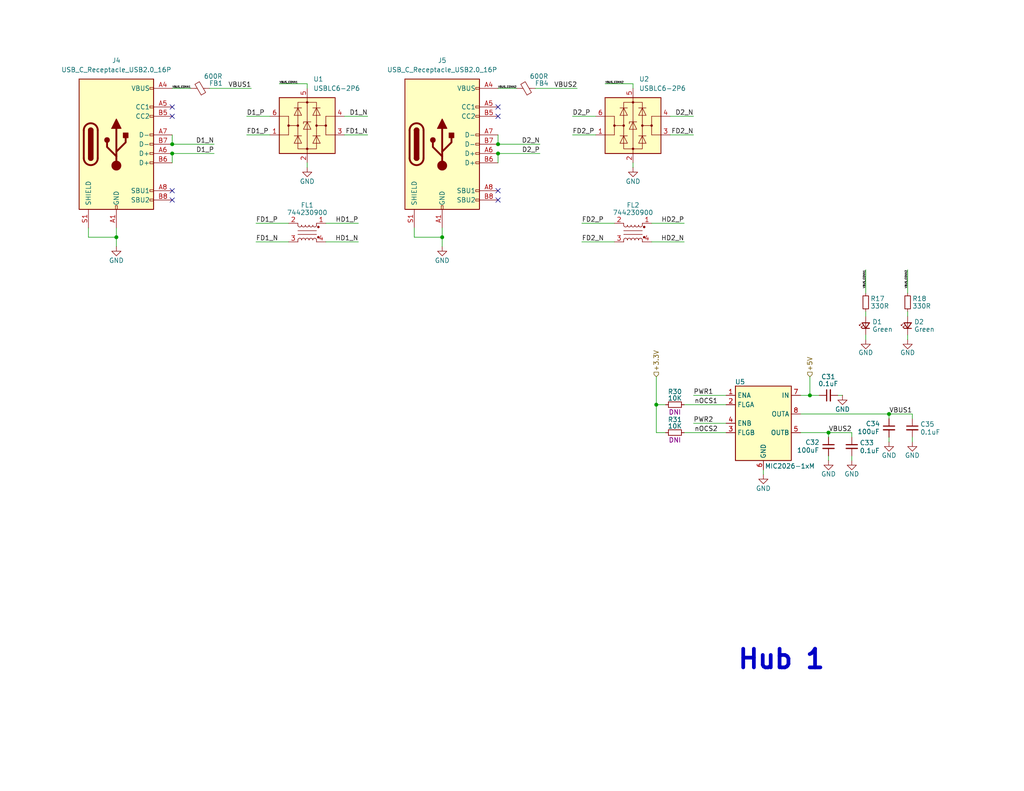
<source format=kicad_sch>
(kicad_sch (version 20231120) (generator "eeschema") (generator_version "8.0")
  (paper "USLetter")
  (title_block (title "USB Hub") (date "2024-01-29") (rev "1.0") (company "CMU"))
  (lib_symbols
    (symbol "Connector:USB_C_Receptacle_USB2.0_16P" (pin_names (offset 1.016))
      (property "Reference" "J" (at 0 22.225 0))
      (property "Value" "USB_C_Receptacle_USB2.0_16P" (at 0 19.685 0))
      (symbol "USB_C_Receptacle_USB2.0_16P_0_0"
        (rectangle (start -0.254 -17.78) (end 0.254 -16.764))
        (rectangle (start 10.16 -14.986) (end 9.144 -15.494))
        (rectangle (start 10.16 -12.446) (end 9.144 -12.954))
        (rectangle (start 10.16 -4.826) (end 9.144 -5.334))
        (rectangle (start 10.16 -2.286) (end 9.144 -2.794))
        (rectangle (start 10.16 0.254) (end 9.144 -0.254))
        (rectangle (start 10.16 2.794) (end 9.144 2.286))
        (rectangle (start 10.16 7.874) (end 9.144 7.366))
        (rectangle (start 10.16 10.414) (end 9.144 9.906))
        (rectangle (start 10.16 15.494) (end 9.144 14.986))
      )
      (symbol "USB_C_Receptacle_USB2.0_16P_0_1"
        (rectangle (start -10.16 17.78) (end 10.16 -17.78) (stroke (width 0.254)) (fill (type background)))
        (arc (start -8.89 -3.81) (mid -6.985 -5.7067) (end -5.08 -3.81) (stroke (width 0.508)))
        (arc (start -7.62 -3.81) (mid -6.985 -4.4423) (end -6.35 -3.81) (stroke (width 0.254)))
        (arc (start -7.62 -3.81) (mid -6.985 -4.4423) (end -6.35 -3.81) (stroke (width 0.254)) (fill (type outline)))
        (rectangle (start -7.62 -3.81) (end -6.35 3.81) (stroke (width 0.254)) (fill (type outline)))
        (arc (start -6.35 3.81) (mid -6.985 4.4423) (end -7.62 3.81) (stroke (width 0.254)))
        (arc (start -6.35 3.81) (mid -6.985 4.4423) (end -7.62 3.81) (stroke (width 0.254)) (fill (type outline)))
        (arc (start -5.08 3.81) (mid -6.985 5.7067) (end -8.89 3.81) (stroke (width 0.508)))
        (circle (center -2.54 1.143) (radius 0.635) (stroke (width 0.254)) (fill (type outline)))
        (circle (center 0 -5.842) (radius 1.27) (fill (type outline)))
        (polyline (pts (xy -8.89 -3.81) (xy -8.89 3.81)) (stroke (width 0.508)))
        (polyline (pts (xy -5.08 3.81) (xy -5.08 -3.81)) (stroke (width 0.508)))
        (polyline (pts (xy 0 -5.842) (xy 0 4.318)) (stroke (width 0.508)))
        (polyline (pts (xy 0 -3.302) (xy -2.54 -0.762) (xy -2.54 0.508)) (stroke (width 0.508)))
        (polyline (pts (xy 0 -2.032) (xy 2.54 0.508) (xy 2.54 1.778)) (stroke (width 0.508)))
        (polyline (pts (xy -1.27 4.318) (xy 0 6.858) (xy 1.27 4.318) (xy -1.27 4.318)) (stroke (width 0.254)) (fill (type outline)))
        (rectangle (start 1.905 1.778) (end 3.175 3.048) (stroke (width 0.254)) (fill (type outline)))
      )
      (symbol "USB_C_Receptacle_USB2.0_16P_1_1"
        (pin passive line (at 0 -22.86 90) (length 5.08) (name "GND") (number "A1"))
        (pin passive line (at 0 -22.86 90) (length 5.08) hide (name "GND") (number "A12"))
        (pin passive line (at 15.24 15.24 180) (length 5.08) (name "VBUS") (number "A4"))
        (pin bidirectional line (at 15.24 10.16 180) (length 5.08) (name "CC1") (number "A5"))
        (pin bidirectional line (at 15.24 -2.54 180) (length 5.08) (name "D+") (number "A6"))
        (pin bidirectional line (at 15.24 2.54 180) (length 5.08) (name "D-") (number "A7"))
        (pin bidirectional line (at 15.24 -12.7 180) (length 5.08) (name "SBU1") (number "A8"))
        (pin passive line (at 15.24 15.24 180) (length 5.08) hide (name "VBUS") (number "A9"))
        (pin passive line (at 0 -22.86 90) (length 5.08) hide (name "GND") (number "B1"))
        (pin passive line (at 0 -22.86 90) (length 5.08) hide (name "GND") (number "B12"))
        (pin passive line (at 15.24 15.24 180) (length 5.08) hide (name "VBUS") (number "B4"))
        (pin bidirectional line (at 15.24 7.62 180) (length 5.08) (name "CC2") (number "B5"))
        (pin bidirectional line (at 15.24 -5.08 180) (length 5.08) (name "D+") (number "B6"))
        (pin bidirectional line (at 15.24 0 180) (length 5.08) (name "D-") (number "B7"))
        (pin bidirectional line (at 15.24 -15.24 180) (length 5.08) (name "SBU2") (number "B8"))
        (pin passive line (at 15.24 15.24 180) (length 5.08) hide (name "VBUS") (number "B9"))
        (pin passive line (at -7.62 -22.86 90) (length 5.08) (name "SHIELD") (number "S1"))
      )
    )
    (symbol "Device:C_Small" (pin_numbers hide) (pin_names (offset 0.254) hide)
      (property "Reference" "C" (at 0.254 1.778 0))
      (property "Value" "C_Small" (at 0.254 -2.032 0))
      (symbol "C_Small_0_1"
        (polyline (pts (xy -1.524 -0.508) (xy 1.524 -0.508)) (stroke (width 0.3302)))
        (polyline (pts (xy -1.524 0.508) (xy 1.524 0.508)) (stroke (width 0.3048)))
      )
      (symbol "C_Small_1_1"
        (pin passive line (at 0 2.54 270) (length 2.032) (name "~") (number "1"))
        (pin passive line (at 0 -2.54 90) (length 2.032) (name "~") (number "2"))
      )
    )
    (symbol "Device:FerriteBead_Small" (pin_numbers hide) (pin_names (offset 0))
      (property "Reference" "FB" (at 1.905 1.27 0))
      (property "Value" "FerriteBead_Small" (at 1.905 -1.27 0))
      (symbol "FerriteBead_Small_0_1"
        (polyline (pts (xy 0 -1.27) (xy 0 -0.7874)))
        (polyline (pts (xy 0 0.889) (xy 0 1.2954)))
        (polyline (pts (xy -1.8288 0.2794) (xy -1.1176 1.4986) (xy 1.8288 -0.2032) (xy 1.1176 -1.4224) (xy -1.8288 0.2794)))
      )
      (symbol "FerriteBead_Small_1_1"
        (pin passive line (at 0 2.54 270) (length 1.27) (name "~") (number "1"))
        (pin passive line (at 0 -2.54 90) (length 1.27) (name "~") (number "2"))
      )
    )
    (symbol "Device:LED_Small" (pin_numbers hide) (pin_names (offset 0.254) hide)
      (property "Reference" "D" (at -1.27 3.175 0))
      (property "Value" "LED_Small" (at -4.445 -2.54 0))
      (symbol "LED_Small_0_1"
        (polyline (pts (xy -0.762 -1.016) (xy -0.762 1.016)) (stroke (width 0.254)))
        (polyline (pts (xy 1.016 0) (xy -0.762 0)))
        (polyline (pts (xy 0.762 -1.016) (xy -0.762 0) (xy 0.762 1.016) (xy 0.762 -1.016)) (stroke (width 0.254)))
        (polyline (pts (xy 0 0.762) (xy -0.508 1.27) (xy -0.254 1.27) (xy -0.508 1.27) (xy -0.508 1.016)))
        (polyline (pts (xy 0.508 1.27) (xy 0 1.778) (xy 0.254 1.778) (xy 0 1.778) (xy 0 1.524)))
      )
      (symbol "LED_Small_1_1"
        (pin passive line (at -2.54 0 0) (length 1.778) (name "K") (number "1"))
        (pin passive line (at 2.54 0 180) (length 1.778) (name "A") (number "2"))
      )
    )
    (symbol "Device:R_Small" (pin_numbers hide) (pin_names (offset 0.254) hide)
      (property "Reference" "R" (at 0.762 0.508 0))
      (property "Value" "R_Small" (at 0.762 -1.016 0))
      (symbol "R_Small_0_1"
        (rectangle (start -0.762 1.778) (end 0.762 -1.778) (stroke (width 0.2032)))
      )
      (symbol "R_Small_1_1"
        (pin passive line (at 0 2.54 270) (length 0.762) (name "~") (number "1"))
        (pin passive line (at 0 -2.54 90) (length 0.762) (name "~") (number "2"))
      )
    )
    (symbol "Filter:Choke_Wurth_WE-CNSW_744232090"
      (property "Reference" "L" (at 0 5.08 0))
      (property "Value" "Choke_Wurth_WE-CNSW_744232090" (at 0 -5.08 0))
      (symbol "Choke_Wurth_WE-CNSW_744232090_1_1"
        (circle (center -3.048 -1.27) (radius 0.254) (fill (type outline)))
        (circle (center -3.048 1.524) (radius 0.254) (fill (type outline)))
        (arc (start -2.54 2.032) (mid -2.032 1.5262) (end -1.524 2.032))
        (arc (start -1.524 -2.032) (mid -2.032 -1.5262) (end -2.54 -2.032))
        (arc (start -1.524 2.032) (mid -1.016 1.5262) (end -0.508 2.032))
        (arc (start -0.508 -2.032) (mid -1.016 -1.5262) (end -1.524 -2.032))
        (arc (start -0.508 2.032) (mid 0 1.5262) (end 0.508 2.032))
        (polyline (pts (xy -2.54 -2.032) (xy -2.54 -2.54)))
        (polyline (pts (xy -2.54 0.508) (xy 2.54 0.508)))
        (polyline (pts (xy -2.54 2.032) (xy -2.54 2.54)))
        (polyline (pts (xy 2.54 -2.032) (xy 2.54 -2.54)))
        (polyline (pts (xy 2.54 -0.508) (xy -2.54 -0.508)))
        (polyline (pts (xy 2.54 2.54) (xy 2.54 2.032)))
        (arc (start 0.508 -2.032) (mid 0 -1.5262) (end -0.508 -2.032))
        (arc (start 0.508 2.032) (mid 1.016 1.5262) (end 1.524 2.032))
        (arc (start 1.524 -2.032) (mid 1.016 -1.5262) (end 0.508 -2.032))
        (arc (start 1.524 2.032) (mid 2.032 1.5262) (end 2.54 2.032))
        (arc (start 2.54 -2.032) (mid 2.032 -1.5262) (end 1.524 -2.032))
        (pin passive line (at -5.08 2.54 0) (length 2.54) (name "") (number "1"))
        (pin passive line (at 5.08 2.54 180) (length 2.54) (name "") (number "2"))
        (pin passive line (at 5.08 -2.54 180) (length 2.54) (name "") (number "3"))
        (pin passive line (at -5.08 -2.54 0) (length 2.54) (name "") (number "4"))
      )
    )
    (symbol "Power_Management:MIC2026-1xM"
      (property "Reference" "U" (at -7.62 11.43 0))
      (property "Value" "MIC2026-1xM" (at 12.7 11.43 0))
      (symbol "MIC2026-1xM_0_1"
        (rectangle (start -7.62 -10.16) (end 7.62 10.16) (stroke (width 0.254)) (fill (type background)))
      )
      (symbol "MIC2026-1xM_1_1"
        (pin input line (at -10.16 7.62 0) (length 2.54) (name "ENA") (number "1"))
        (pin output line (at -10.16 5.08 0) (length 2.54) (name "FLGA") (number "2"))
        (pin output line (at -10.16 -2.54 0) (length 2.54) (name "FLGB") (number "3"))
        (pin input line (at -10.16 0 0) (length 2.54) (name "ENB") (number "4"))
        (pin power_out line (at 10.16 -2.54 180) (length 2.54) (name "OUTB") (number "5"))
        (pin power_in line (at 0 -12.7 90) (length 2.54) (name "GND") (number "6"))
        (pin power_in line (at 10.16 7.62 180) (length 2.54) (name "IN") (number "7"))
        (pin power_out line (at 10.16 2.54 180) (length 2.54) (name "OUTA") (number "8"))
      )
    )
    (symbol "Power_Protection:USBLC6-2P6" (pin_names hide)
      (property "Reference" "U" (at 2.54 8.89 0))
      (property "Value" "USBLC6-2P6" (at 2.54 -8.89 0))
      (symbol "USBLC6-2P6_0_1"
        (rectangle (start -7.62 -7.62) (end 7.62 7.62) (stroke (width 0.254)) (fill (type background)))
        (circle (center -5.08 0) (radius 0.254) (fill (type outline)))
        (circle (center -2.54 0) (radius 0.254) (fill (type outline)))
        (rectangle (start -2.54 6.35) (end 2.54 -6.35))
        (circle (center 0 -6.35) (radius 0.254) (fill (type outline)))
        (polyline (pts (xy -5.08 -2.54) (xy -7.62 -2.54)))
        (polyline (pts (xy -5.08 0) (xy -5.08 -2.54)))
        (polyline (pts (xy -5.08 2.54) (xy -7.62 2.54)))
        (polyline (pts (xy -1.524 -2.794) (xy -3.556 -2.794)))
        (polyline (pts (xy -1.524 4.826) (xy -3.556 4.826)))
        (polyline (pts (xy 0 -7.62) (xy 0 -6.35)))
        (polyline (pts (xy 0 -6.35) (xy 0 1.27)))
        (polyline (pts (xy 0 1.27) (xy 0 6.35)))
        (polyline (pts (xy 0 6.35) (xy 0 7.62)))
        (polyline (pts (xy 1.524 -2.794) (xy 3.556 -2.794)))
        (polyline (pts (xy 1.524 4.826) (xy 3.556 4.826)))
        (polyline (pts (xy 5.08 -2.54) (xy 7.62 -2.54)))
        (polyline (pts (xy 5.08 0) (xy 5.08 -2.54)))
        (polyline (pts (xy 5.08 2.54) (xy 7.62 2.54)))
        (polyline (pts (xy -2.54 0) (xy -5.08 0) (xy -5.08 2.54)))
        (polyline (pts (xy 2.54 0) (xy 5.08 0) (xy 5.08 2.54)))
        (polyline (pts (xy -3.556 -4.826) (xy -1.524 -4.826) (xy -2.54 -2.794) (xy -3.556 -4.826)))
        (polyline (pts (xy -3.556 2.794) (xy -1.524 2.794) (xy -2.54 4.826) (xy -3.556 2.794)))
        (polyline (pts (xy -1.016 -1.016) (xy 1.016 -1.016) (xy 0 1.016) (xy -1.016 -1.016)))
        (polyline (pts (xy 1.016 1.016) (xy 0.762 1.016) (xy -1.016 1.016) (xy -1.016 0.508)))
        (polyline (pts (xy 3.556 -4.826) (xy 1.524 -4.826) (xy 2.54 -2.794) (xy 3.556 -4.826)))
        (polyline (pts (xy 3.556 2.794) (xy 1.524 2.794) (xy 2.54 4.826) (xy 3.556 2.794)))
        (circle (center 0 6.35) (radius 0.254) (fill (type outline)))
        (circle (center 2.54 0) (radius 0.254) (fill (type outline)))
        (circle (center 5.08 0) (radius 0.254) (fill (type outline)))
      )
      (symbol "USBLC6-2P6_1_1"
        (pin passive line (at -10.16 -2.54 0) (length 2.54) (name "I/O1") (number "1"))
        (pin passive line (at 0 -10.16 90) (length 2.54) (name "GND") (number "2"))
        (pin passive line (at 10.16 -2.54 180) (length 2.54) (name "I/O2") (number "3"))
        (pin passive line (at 10.16 2.54 180) (length 2.54) (name "I/O2") (number "4"))
        (pin passive line (at 0 10.16 270) (length 2.54) (name "VBUS") (number "5"))
        (pin passive line (at -10.16 2.54 0) (length 2.54) (name "I/O1") (number "6"))
      )
    )
    (symbol "USBLC6-2P6_2" (pin_names hide)
      (property "Reference" "U" (at 2.54 8.89 0))
      (property "Value" "USBLC6-2P6" (at 2.54 -8.89 0))
      (symbol "USBLC6-2P6_2_0_1"
        (rectangle (start -7.62 -7.62) (end 7.62 7.62) (stroke (width 0.254)) (fill (type background)))
        (circle (center -5.08 0) (radius 0.254) (fill (type outline)))
        (circle (center -2.54 0) (radius 0.254) (fill (type outline)))
        (rectangle (start -2.54 6.35) (end 2.54 -6.35))
        (circle (center 0 -6.35) (radius 0.254) (fill (type outline)))
        (polyline (pts (xy -5.08 -2.54) (xy -7.62 -2.54)))
        (polyline (pts (xy -5.08 0) (xy -5.08 -2.54)))
        (polyline (pts (xy -5.08 2.54) (xy -7.62 2.54)))
        (polyline (pts (xy -1.524 -2.794) (xy -3.556 -2.794)))
        (polyline (pts (xy -1.524 4.826) (xy -3.556 4.826)))
        (polyline (pts (xy 0 -7.62) (xy 0 -6.35)))
        (polyline (pts (xy 0 -6.35) (xy 0 1.27)))
        (polyline (pts (xy 0 1.27) (xy 0 6.35)))
        (polyline (pts (xy 0 6.35) (xy 0 7.62)))
        (polyline (pts (xy 1.524 -2.794) (xy 3.556 -2.794)))
        (polyline (pts (xy 1.524 4.826) (xy 3.556 4.826)))
        (polyline (pts (xy 5.08 -2.54) (xy 7.62 -2.54)))
        (polyline (pts (xy 5.08 0) (xy 5.08 -2.54)))
        (polyline (pts (xy 5.08 2.54) (xy 7.62 2.54)))
        (polyline (pts (xy -2.54 0) (xy -5.08 0) (xy -5.08 2.54)))
        (polyline (pts (xy 2.54 0) (xy 5.08 0) (xy 5.08 2.54)))
        (polyline (pts (xy -3.556 -4.826) (xy -1.524 -4.826) (xy -2.54 -2.794) (xy -3.556 -4.826)))
        (polyline (pts (xy -3.556 2.794) (xy -1.524 2.794) (xy -2.54 4.826) (xy -3.556 2.794)))
        (polyline (pts (xy -1.016 -1.016) (xy 1.016 -1.016) (xy 0 1.016) (xy -1.016 -1.016)))
        (polyline (pts (xy 1.016 1.016) (xy 0.762 1.016) (xy -1.016 1.016) (xy -1.016 0.508)))
        (polyline (pts (xy 3.556 -4.826) (xy 1.524 -4.826) (xy 2.54 -2.794) (xy 3.556 -4.826)))
        (polyline (pts (xy 3.556 2.794) (xy 1.524 2.794) (xy 2.54 4.826) (xy 3.556 2.794)))
        (circle (center 0 6.35) (radius 0.254) (fill (type outline)))
        (circle (center 2.54 0) (radius 0.254) (fill (type outline)))
        (circle (center 5.08 0) (radius 0.254) (fill (type outline)))
      )
      (symbol "USBLC6-2P6_2_1_1"
        (pin passive line (at -10.16 -2.54 0) (length 2.54) (name "I/O1") (number "1"))
        (pin passive line (at 0 -10.16 90) (length 2.54) (name "GND") (number "2"))
        (pin passive line (at 10.16 -2.54 180) (length 2.54) (name "I/O2") (number "3"))
        (pin passive line (at 10.16 2.54 180) (length 2.54) (name "I/O2") (number "4"))
        (pin passive line (at 0 10.16 270) (length 2.54) (name "VBUS") (number "5"))
        (pin passive line (at -10.16 2.54 0) (length 2.54) (name "I/O1") (number "6"))
      )
    )
    (symbol "power:GND" (power) (pin_numbers hide) (pin_names (offset 0) hide)
      (property "Value" "GND" (at 0 -3.81 0))
      (symbol "GND_0_1"
        (polyline (pts (xy 0 0) (xy 0 -1.27) (xy 1.27 -1.27) (xy 0 -2.54) (xy -1.27 -1.27) (xy 0 -1.27)))
      )
      (symbol "GND_1_1"
        (pin power_in line (at 0 0 270) (length 0) (name "~") (number "1"))
      )
    )
  )
  (junction (at 220.98 107.95))
  (junction (at 31.75 64.77))
  (junction (at 120.65 64.77))
  (junction (at 46.99 39.37))
  (junction (at 46.99 41.91))
  (junction (at 226.06 118.11))
  (junction (at 179.07 110.49))
  (junction (at 242.57 113.03))
  (junction (at 135.89 41.91))
  (junction (at 135.89 39.37))
  (no_connect (at 135.89 54.61))
  (no_connect (at 135.89 52.07))
  (no_connect (at 46.99 31.75))
  (no_connect (at 135.89 29.21))
  (no_connect (at 135.89 31.75))
  (no_connect (at 46.99 29.21))
  (no_connect (at 46.99 54.61))
  (no_connect (at 46.99 52.07))
  (wire (pts (xy 120.65 64.77) (xy 120.65 62.23)))
  (wire (pts (xy 88.9 60.96) (xy 97.79 60.96)))
  (wire (pts (xy 93.98 36.83) (xy 100.33 36.83)))
  (wire (pts (xy 186.69 118.11) (xy 198.12 118.11)))
  (wire (pts (xy 157.48 24.13) (xy 146.05 24.13)))
  (wire (pts (xy 179.07 110.49) (xy 179.07 118.11)))
  (wire (pts (xy 236.22 73.66) (xy 236.22 80.01)))
  (wire (pts (xy 167.64 66.04) (xy 158.75 66.04)))
  (wire (pts (xy 57.15 24.13) (xy 68.58 24.13)))
  (wire (pts (xy 179.07 110.49) (xy 181.61 110.49)))
  (wire (pts (xy 247.65 73.66) (xy 247.65 80.01)))
  (wire (pts (xy 182.88 31.75) (xy 189.23 31.75)))
  (wire (pts (xy 69.85 60.96) (xy 78.74 60.96)))
  (wire (pts (xy 226.06 118.11) (xy 232.41 118.11)))
  (wire (pts (xy 24.13 64.77) (xy 31.75 64.77)))
  (wire (pts (xy 46.99 24.13) (xy 52.07 24.13)))
  (wire (pts (xy 182.88 36.83) (xy 189.23 36.83)))
  (wire (pts (xy 218.44 118.11) (xy 226.06 118.11)))
  (wire (pts (xy 232.41 119.38) (xy 232.41 118.11)))
  (wire (pts (xy 247.65 91.44) (xy 247.65 92.71)))
  (wire (pts (xy 83.82 44.45) (xy 83.82 45.72)))
  (wire (pts (xy 226.06 119.38) (xy 226.06 118.11)))
  (wire (pts (xy 31.75 64.77) (xy 31.75 67.31)))
  (wire (pts (xy 78.74 66.04) (xy 69.85 66.04)))
  (wire (pts (xy 135.89 39.37) (xy 147.32 39.37)))
  (wire (pts (xy 165.1 22.86) (xy 172.72 22.86)))
  (wire (pts (xy 135.89 24.13) (xy 140.97 24.13)))
  (wire (pts (xy 242.57 113.03) (xy 248.92 113.03)))
  (wire (pts (xy 172.72 44.45) (xy 172.72 45.72)))
  (wire (pts (xy 46.99 39.37) (xy 58.42 39.37)))
  (wire (pts (xy 46.99 41.91) (xy 46.99 44.45)))
  (wire (pts (xy 242.57 119.38) (xy 242.57 120.65)))
  (wire (pts (xy 242.57 114.3) (xy 242.57 113.03)))
  (wire (pts (xy 248.92 114.3) (xy 248.92 113.03)))
  (wire (pts (xy 135.89 41.91) (xy 135.89 44.45)))
  (wire (pts (xy 88.9 66.04) (xy 97.79 66.04)))
  (wire (pts (xy 232.41 124.46) (xy 232.41 125.73)))
  (wire (pts (xy 135.89 41.91) (xy 147.32 41.91)))
  (wire (pts (xy 156.21 31.75) (xy 162.56 31.75)))
  (wire (pts (xy 189.23 107.95) (xy 198.12 107.95)))
  (wire (pts (xy 220.98 102.87) (xy 220.98 107.95)))
  (wire (pts (xy 158.75 60.96) (xy 167.64 60.96)))
  (wire (pts (xy 83.82 22.86) (xy 83.82 24.13)))
  (wire (pts (xy 236.22 85.09) (xy 236.22 86.36)))
  (wire (pts (xy 93.98 31.75) (xy 100.33 31.75)))
  (wire (pts (xy 120.65 64.77) (xy 120.65 67.31)))
  (wire (pts (xy 220.98 107.95) (xy 223.52 107.95)))
  (wire (pts (xy 189.23 115.57) (xy 198.12 115.57)))
  (wire (pts (xy 179.07 102.87) (xy 179.07 110.49)))
  (wire (pts (xy 76.2 22.86) (xy 83.82 22.86)))
  (wire (pts (xy 31.75 64.77) (xy 31.75 62.23)))
  (wire (pts (xy 179.07 118.11) (xy 181.61 118.11)))
  (wire (pts (xy 156.21 36.83) (xy 162.56 36.83)))
  (wire (pts (xy 247.65 85.09) (xy 247.65 86.36)))
  (wire (pts (xy 226.06 124.46) (xy 226.06 125.73)))
  (wire (pts (xy 67.31 36.83) (xy 73.66 36.83)))
  (wire (pts (xy 177.8 60.96) (xy 186.69 60.96)))
  (wire (pts (xy 46.99 41.91) (xy 58.42 41.91)))
  (wire (pts (xy 218.44 113.03) (xy 242.57 113.03)))
  (wire (pts (xy 172.72 22.86) (xy 172.72 24.13)))
  (wire (pts (xy 24.13 62.23) (xy 24.13 64.77)))
  (wire (pts (xy 113.03 64.77) (xy 120.65 64.77)))
  (wire (pts (xy 236.22 91.44) (xy 236.22 92.71)))
  (wire (pts (xy 248.92 119.38) (xy 248.92 120.65)))
  (wire (pts (xy 177.8 66.04) (xy 186.69 66.04)))
  (wire (pts (xy 228.6 107.95) (xy 229.87 107.95)))
  (wire (pts (xy 135.89 36.83) (xy 135.89 39.37)))
  (wire (pts (xy 218.44 107.95) (xy 220.98 107.95)))
  (wire (pts (xy 113.03 62.23) (xy 113.03 64.77)))
  (wire (pts (xy 208.28 128.27) (xy 208.28 129.54)))
  (wire (pts (xy 46.99 36.83) (xy 46.99 39.37)))
  (wire (pts (xy 186.69 110.49) (xy 198.12 110.49)))
  (wire (pts (xy 67.31 31.75) (xy 73.66 31.75)))
  (text "Hub 1" (at 200.914 183.134 0) (effects (font (size 5.08 5.08) (thickness 1.016) (bold yes)) (justify left bottom)))
  (label "D2_N" (at 147.32 39.37 180))
  (label "VBUS2" (at 157.48 24.13 180))
  (label "D1_N" (at 58.42 39.37 180))
  (label "VBUS_CONN2" (at 140.97 24.13 180) (effects (font (size 0.508 0.508))))
  (label "VBUS1" (at 248.92 113.03 180))
  (label "FD1_N" (at 100.33 36.83 180))
  (label "D2_P" (at 147.32 41.91 180))
  (label "D1_P" (at 58.42 41.91 180))
  (label "D1_N" (at 100.33 31.75 180))
  (label "D2_N" (at 189.23 31.75 180))
  (label "nOCS2" (at 189.484 118.11 0))
  (label "HD2_P" (at 186.69 60.96 180))
  (label "VBUS_CONN1" (at 76.2 22.86 0) (effects (font (size 0.508 0.508))))
  (label "FD1_P" (at 67.31 36.83 0))
  (label "VBUS_CONN1" (at 52.07 24.13 180) (effects (font (size 0.508 0.508))))
  (label "FD1_N" (at 69.85 66.04 0))
  (label "FD2_P" (at 156.21 36.83 0))
  (label "VBUS_CONN1" (at 236.22 73.66 270) (effects (font (size 0.508 0.508))))
  (label "FD2_N" (at 189.23 36.83 180))
  (label "VBUS2" (at 232.41 118.11 180))
  (label "D1_P" (at 67.31 31.75 0))
  (label "PWR2" (at 189.23 115.57 0))
  (label "HD1_P" (at 97.79 60.96 180))
  (label "VBUS_CONN2" (at 165.1 22.86 0) (effects (font (size 0.508 0.508))))
  (label "HD2_N" (at 186.69 66.04 180))
  (label "nOCS1" (at 189.484 110.49 0))
  (label "VBUS_CONN2" (at 247.65 73.66 270) (effects (font (size 0.508 0.508))))
  (label "FD2_N" (at 158.75 66.04 0))
  (label "FD1_P" (at 69.85 60.96 0))
  (label "HD1_N" (at 97.79 66.04 180))
  (label "D2_P" (at 156.21 31.75 0))
  (label "PWR1" (at 189.23 107.95 0))
  (label "VBUS1" (at 68.58 24.13 180))
  (label "FD2_P" (at 158.75 60.96 0))
  (hierarchical_label "+3.3V" (shape input) (at 179.07 102.87 90))
  (hierarchical_label "+5V" (shape input) (at 220.98 102.87 90))
  (symbol (lib_id "Device:R_Small") (at 184.15 118.11 90) (unit 1)
    (property "Reference" "R31" (at 184.15 114.554 90))
    (property "Value" "10K" (at 184.15 116.332 90))
    (property "Footprint" "Resistor_SMD:R_0603_1608Metric" (effects (hide yes)))
    (property "Description" "DNI" (at 184.15 120.142 90))
  )
  (symbol (lib_id "Device:FerriteBead_Small") (at 54.61 24.13 270) (mirror x) (unit 1)
    (property "Reference" "FB1" (at 58.928 22.733 90))
    (property "Value" "600R" (at 58.166 20.828 90))
    (property "Footprint" "Inductor_SMD:L_0603_1608Metric" (effects (hide yes)))
  )
  (symbol (lib_id "Power_Protection:USBLC6-2P6") (at 83.82 34.29 0) (unit 1)
    (property "Reference" "U1" (at 85.4711 21.59 0) (effects (justify left)))
    (property "Value" "USBLC6-2P6" (at 85.4711 24.13 0) (effects (justify left)))
    (property "Footprint" "Package_TO_SOT_SMD:SOT-23-6" (effects (hide yes)))
    (property "Datasheet" "https://www.st.com/resource/en/datasheet/usblc6-2.pdf" (effects (hide yes)))
  )
  (symbol (lib_id "power:GND") (at 83.82 45.72 0) (unit 1)
    (property "Reference" "#PWR06" (effects (hide yes)))
    (property "Value" "GND" (at 83.82 49.53 0))
    (property "Description" "Power symbol creates a global label with name \"GND\" , ground" (effects (hide yes)))
  )
  (symbol (lib_id "power:GND") (at 120.65 67.31 0) (unit 1)
    (property "Reference" "#PWR08" (effects (hide yes)))
    (property "Value" "GND" (at 120.65 71.12 0))
    (property "Description" "Power symbol creates a global label with name \"GND\" , ground" (effects (hide yes)))
  )
  (symbol (lib_id "Device:C_Small") (at 232.41 121.92 0) (unit 1)
    (property "Reference" "C33" (at 234.569 120.904 0) (effects (justify left)))
    (property "Value" "0.1uF" (at 234.569 123.063 0) (effects (justify left)))
    (property "Footprint" "Capacitor_SMD:C_0603_1608Metric" (effects (hide yes)))
  )
  (symbol (lib_id "Device:FerriteBead_Small") (at 143.51 24.13 270) (mirror x) (unit 1)
    (property "Reference" "FB4" (at 147.828 22.733 90))
    (property "Value" "600R" (at 147.066 20.828 90))
    (property "Footprint" "Inductor_SMD:L_0603_1608Metric" (effects (hide yes)))
  )
  (symbol (lib_id "Device:C_Small") (at 242.57 116.84 0) (unit 1)
    (property "Reference" "C34" (at 236.22 115.697 0) (effects (justify left)))
    (property "Value" "100uF" (at 233.934 117.856 0) (effects (justify left)))
    (property "Footprint" "Capacitor_SMD:C_0805_2012Metric" (effects (hide yes)))
  )
  (symbol (lib_id "power:GND") (at 248.92 120.65 0) (unit 1)
    (property "Reference" "#PWR034" (effects (hide yes)))
    (property "Value" "GND" (at 248.92 124.333 0))
    (property "Description" "Power symbol creates a global label with name \"GND\" , ground" (effects (hide yes)))
  )
  (symbol (lib_id "Device:C_Small") (at 226.06 107.95 90) (unit 1)
    (property "Reference" "C31" (at 227.965 102.87 90) (effects (justify left)))
    (property "Value" "0.1uF" (at 228.727 104.775 90) (effects (justify left)))
    (property "Footprint" "Capacitor_SMD:C_0603_1608Metric" (effects (hide yes)))
  )
  (symbol (lib_id "Connector:USB_C_Receptacle_USB2.0_16P") (at 31.75 39.37 0) (unit 1)
    (property "Reference" "J4" (at 31.75 16.51 0))
    (property "Value" "USB_C_Receptacle_USB2.0_16P" (at 31.75 19.05 0))
    (property "Footprint" "CameraHub:USBC-121SMT-4BS2S" (effects (hide yes)))
    (property "Datasheet" "https://www.usb.org/sites/default/files/documents/usb_type-c.zip" (effects (hide yes)))
    (property "Description" "USB 2.0-only 16P Type-C Receptacle connector" (effects (hide yes)))
  )
  (symbol (lib_id "power:GND") (at 31.75 67.31 0) (unit 1)
    (property "Reference" "#PWR07" (effects (hide yes)))
    (property "Value" "GND" (at 31.75 71.12 0))
    (property "Description" "Power symbol creates a global label with name \"GND\" , ground" (effects (hide yes)))
  )
  (symbol (lib_id "Filter:Choke_Wurth_WE-CNSW_744232090") (at 83.82 63.5 0) (mirror y) (unit 1)
    (property "Reference" "FL1" (at 83.82 56.007 0))
    (property "Value" "744230900" (at 83.82 58.039 0))
    (property "Footprint" "CameraHub:CHIP_230900_WRE" (effects (hide yes)))
    (property "Datasheet" "https://www.we-online.com/components/products/datasheet/744232090.pdf" (effects (hide yes)))
    (property "Description" "Common mode choke, 370 mA, 125VDC, USB2.0, 111 nH" (effects (hide yes)))
  )
  (symbol (lib_id "power:GND") (at 236.22 92.71 0) (unit 1)
    (property "Reference" "#PWR054" (effects (hide yes)))
    (property "Value" "GND" (at 236.22 96.266 0))
    (property "Description" "Power symbol creates a global label with name \"GND\" , ground" (effects (hide yes)))
  )
  (symbol (lib_id "power:GND") (at 247.65 92.71 0) (unit 1)
    (property "Reference" "#PWR055" (effects (hide yes)))
    (property "Value" "GND" (at 247.65 96.266 0))
    (property "Description" "Power symbol creates a global label with name \"GND\" , ground" (effects (hide yes)))
  )
  (symbol (lib_id "power:GND") (at 229.87 107.95 0) (unit 1)
    (property "Reference" "#PWR027" (effects (hide yes)))
    (property "Value" "GND" (at 229.87 111.76 0))
    (property "Description" "Power symbol creates a global label with name \"GND\" , ground" (effects (hide yes)))
  )
  (symbol (lib_id "Device:LED_Small") (at 247.65 88.9 90) (unit 1)
    (property "Reference" "D2" (at 249.428 87.884 90) (effects (justify right)))
    (property "Value" "Green" (at 249.428 89.916 90) (effects (justify right)))
    (property "Footprint" "LED_SMD:LED_0603_1608Metric" (effects (hide yes)))
    (property "Description" "Light emitting diode, small symbol" (effects (hide yes)))
  )
  (symbol (lib_id "Device:R_Small") (at 236.22 82.55 0) (unit 1)
    (property "Reference" "R17" (at 237.49 81.534 0) (effects (justify left)))
    (property "Value" "330R" (at 237.49 83.566 0) (effects (justify left)))
    (property "Footprint" "Resistor_SMD:R_0603_1608Metric" (effects (hide yes)))
    (property "Description" "Resistor, small symbol" (effects (hide yes)))
  )
  (symbol (lib_id "Power_Management:MIC2026-1xM") (at 208.28 115.57 0) (unit 1)
    (property "Reference" "U5" (at 201.93 104.267 0))
    (property "Value" "MIC2026-1xM" (at 215.519 127.254 0))
    (property "Footprint" "Package_SO:SOIC-8_3.9x4.9mm_P1.27mm" (effects (hide yes)))
    (property "Datasheet" "https://ww1.microchip.com/downloads/aemDocuments/documents/APID/ProductDocuments/DataSheets/MIC2026-MIC2076-Dual-Channel-Power-Distribution-Switch-DS20006443A.pdf" (effects (hide yes)))
  )
  (symbol (lib_id "power:GND") (at 226.06 125.73 0) (unit 1)
    (property "Reference" "#PWR025" (effects (hide yes)))
    (property "Value" "GND" (at 226.06 129.413 0))
    (property "Description" "Power symbol creates a global label with name \"GND\" , ground" (effects (hide yes)))
  )
  (symbol (lib_id "power:GND") (at 242.57 120.65 0) (unit 1)
    (property "Reference" "#PWR031" (effects (hide yes)))
    (property "Value" "GND" (at 242.57 124.333 0))
    (property "Description" "Power symbol creates a global label with name \"GND\" , ground" (effects (hide yes)))
  )
  (symbol (lib_id "power:GND") (at 172.72 45.72 0) (unit 1)
    (property "Reference" "#PWR013" (effects (hide yes)))
    (property "Value" "GND" (at 172.72 49.53 0))
    (property "Description" "Power symbol creates a global label with name \"GND\" , ground" (effects (hide yes)))
  )
  (symbol (lib_id "power:GND") (at 232.41 125.73 0) (unit 1)
    (property "Reference" "#PWR029" (effects (hide yes)))
    (property "Value" "GND" (at 232.41 129.413 0))
    (property "Description" "Power symbol creates a global label with name \"GND\" , ground" (effects (hide yes)))
  )
  (symbol (lib_id "power:GND") (at 208.28 129.54 0) (unit 1)
    (property "Reference" "#PWR023" (effects (hide yes)))
    (property "Value" "GND" (at 208.28 133.35 0))
    (property "Description" "Power symbol creates a global label with name \"GND\" , ground" (effects (hide yes)))
  )
  (symbol (lib_id "Device:R_Small") (at 184.15 110.49 90) (unit 1)
    (property "Reference" "R30" (at 184.15 106.934 90))
    (property "Value" "10K" (at 184.15 108.712 90))
    (property "Footprint" "Resistor_SMD:R_0603_1608Metric" (effects (hide yes)))
    (property "Description" "DNI" (at 184.15 112.522 90))
  )
  (symbol (lib_id "Device:LED_Small") (at 236.22 88.9 90) (unit 1)
    (property "Reference" "D1" (at 237.998 87.884 90) (effects (justify right)))
    (property "Value" "Green" (at 237.998 89.916 90) (effects (justify right)))
    (property "Footprint" "LED_SMD:LED_0603_1608Metric" (effects (hide yes)))
    (property "Description" "Light emitting diode, small symbol" (effects (hide yes)))
  )
  (symbol (lib_id "Device:C_Small") (at 248.92 116.84 0) (unit 1)
    (property "Reference" "C35" (at 251.079 115.824 0) (effects (justify left)))
    (property "Value" "0.1uF" (at 251.079 117.983 0) (effects (justify left)))
    (property "Footprint" "Capacitor_SMD:C_0603_1608Metric" (effects (hide yes)))
  )
  (symbol (lib_id "Filter:Choke_Wurth_WE-CNSW_744232090") (at 172.72 63.5 0) (mirror y) (unit 1)
    (property "Reference" "FL2" (at 172.72 56.007 0))
    (property "Value" "744230900" (at 172.72 58.039 0))
    (property "Footprint" "CameraHub:CHIP_230900_WRE" (effects (hide yes)))
    (property "Datasheet" "https://www.we-online.com/components/products/datasheet/744232090.pdf" (effects (hide yes)))
    (property "Description" "Common mode choke, 370 mA, 125VDC, USB2.0, 111 nH" (effects (hide yes)))
  )
  (symbol (lib_name "USBLC6-2P6_2") (lib_id "Power_Protection:USBLC6-2P6") (at 172.72 34.29 0) (unit 1)
    (property "Reference" "U2" (at 174.3711 21.59 0) (effects (justify left)))
    (property "Value" "USBLC6-2P6" (at 174.3711 24.13 0) (effects (justify left)))
    (property "Footprint" "Package_TO_SOT_SMD:SOT-23-6" (effects (hide yes)))
    (property "Datasheet" "https://www.st.com/resource/en/datasheet/usblc6-2.pdf" (effects (hide yes)))
  )
  (symbol (lib_id "Device:R_Small") (at 247.65 82.55 0) (unit 1)
    (property "Reference" "R18" (at 248.92 81.534 0) (effects (justify left)))
    (property "Value" "330R" (at 248.92 83.566 0) (effects (justify left)))
    (property "Footprint" "Resistor_SMD:R_0603_1608Metric" (effects (hide yes)))
    (property "Description" "Resistor, small symbol" (effects (hide yes)))
  )
  (symbol (lib_id "Device:C_Small") (at 226.06 121.92 0) (unit 1)
    (property "Reference" "C32" (at 219.71 120.777 0) (effects (justify left)))
    (property "Value" "100uF" (at 217.424 122.936 0) (effects (justify left)))
    (property "Footprint" "Capacitor_SMD:C_0805_2012Metric" (effects (hide yes)))
  )
  (symbol (lib_id "Connector:USB_C_Receptacle_USB2.0_16P") (at 120.65 39.37 0) (unit 1)
    (property "Reference" "J5" (at 120.65 16.51 0))
    (property "Value" "USB_C_Receptacle_USB2.0_16P" (at 120.65 19.05 0))
    (property "Footprint" "CameraHub:USBC-121SMT-4BS2S" (effects (hide yes)))
    (property "Datasheet" "https://www.usb.org/sites/default/files/documents/usb_type-c.zip" (effects (hide yes)))
    (property "Description" "USB 2.0-only 16P Type-C Receptacle connector" (effects (hide yes)))
  )
)
</source>
